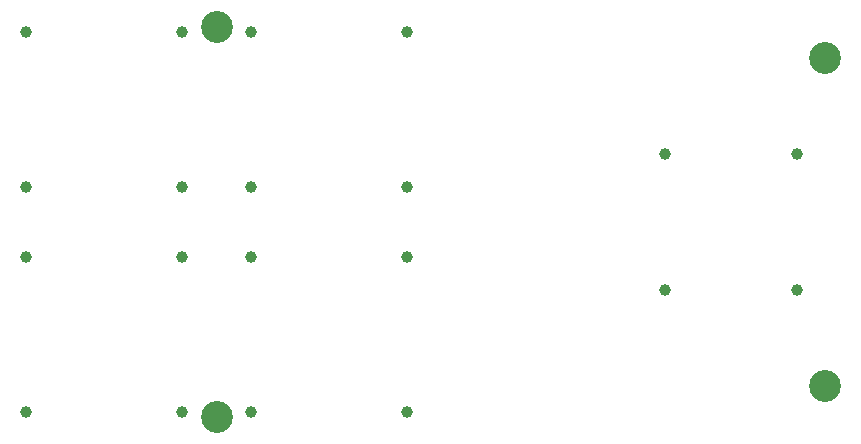
<source format=gbs>
%TF.GenerationSoftware,KiCad,Pcbnew,(5.1.9)-1*%
%TF.CreationDate,2021-11-30T13:34:52+01:00*%
%TF.ProjectId,Little_Big_Scroll_4KEY,4c697474-6c65-45f4-9269-675f5363726f,v1.0*%
%TF.SameCoordinates,Original*%
%TF.FileFunction,Soldermask,Bot*%
%TF.FilePolarity,Negative*%
%FSLAX46Y46*%
G04 Gerber Fmt 4.6, Leading zero omitted, Abs format (unit mm)*
G04 Created by KiCad (PCBNEW (5.1.9)-1) date 2021-11-30 13:34:52*
%MOMM*%
%LPD*%
G01*
G04 APERTURE LIST*
%ADD10C,1.000000*%
%ADD11C,2.700000*%
G04 APERTURE END LIST*
D10*
X213801400Y-105776400D03*
X224958600Y-117333600D03*
X213801400Y-117333600D03*
X224958600Y-105776400D03*
X178801400Y-114501400D03*
X191958600Y-114501400D03*
X191958600Y-127658600D03*
X178801400Y-127658600D03*
X159751400Y-114501400D03*
X172908600Y-114501400D03*
X172908600Y-127658600D03*
X159751400Y-127658600D03*
X178801400Y-95451400D03*
X191958600Y-95451400D03*
X191958600Y-108608600D03*
X178801400Y-108608600D03*
X159751400Y-95451400D03*
X172908600Y-95451400D03*
X172908600Y-108608600D03*
X159751400Y-108608600D03*
D11*
X175855000Y-128105000D03*
X227380000Y-125411406D03*
X227380000Y-97698594D03*
X175855000Y-95005000D03*
M02*

</source>
